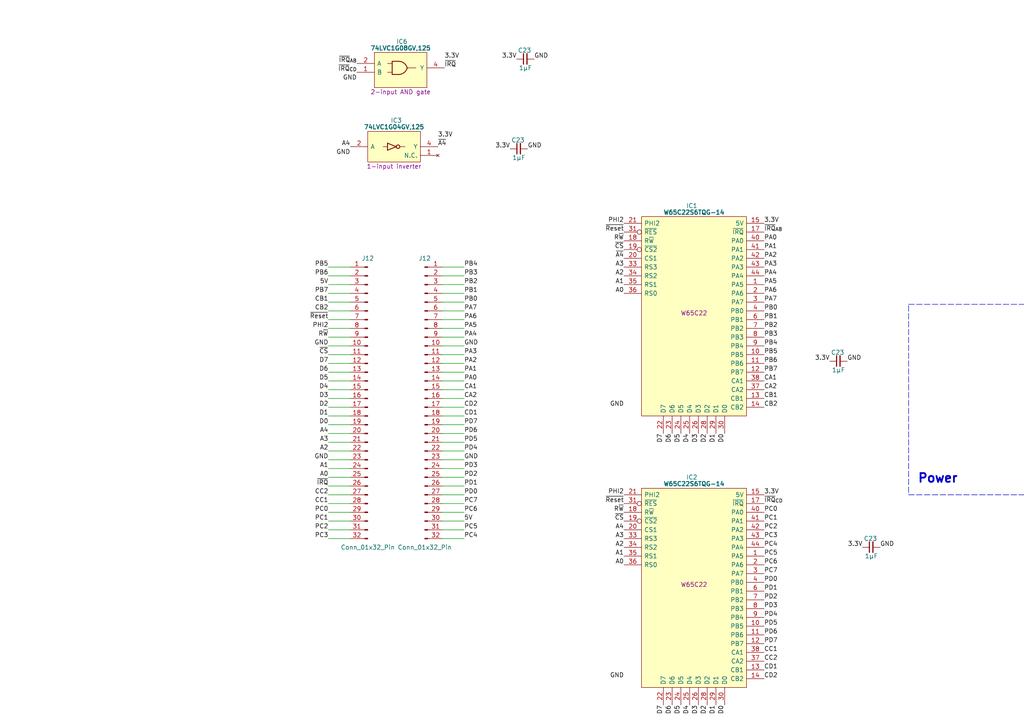
<source format=kicad_sch>
(kicad_sch (version 20230121) (generator eeschema)
  (paper "A4")
  (lib_symbols
    (symbol "C_0805_5" (pin_numbers hide) (pin_names (offset 0.254) hide)
      (property "Reference" "C" (at 2.286 2.54 0))
      (property "Value" "?μF" (at 2.54 -2.54 0))
      (symbol "C_0805_5_0_1"
        (polyline (pts (xy 1.9685 -1.4605) (xy 1.9685 1.5875)) (stroke (width 0.3048)))
        (polyline (pts (xy 2.9845 -1.4605) (xy 2.9845 1.5875)) (stroke (width 0.3302)))
      )
      (symbol "C_0805_5_1_1"
        (pin passive line (at 0 0 0) (length 2.032) (name "~") (number "1"))
        (pin passive line (at 5.08 0 180) (length 2.032) (name "~") (number "2"))
      )
    )
    (symbol "Connector:Conn_01x32_Pin" (pin_names (offset 1.016) hide)
      (property "Reference" "J" (at 0 40.64 0))
      (property "Value" "Conn_01x32_Pin" (at 0 -43.18 0))
      (symbol "Conn_01x32_Pin_1_1"
        (polyline (pts (xy 1.27 -40.64) (xy 0.8636 -40.64)) (stroke (width 0.1524)))
        (polyline (pts (xy 1.27 -38.1) (xy 0.8636 -38.1)) (stroke (width 0.1524)))
        (polyline (pts (xy 1.27 -35.56) (xy 0.8636 -35.56)) (stroke (width 0.1524)))
        (polyline (pts (xy 1.27 -33.02) (xy 0.8636 -33.02)) (stroke (width 0.1524)))
        (polyline (pts (xy 1.27 -30.48) (xy 0.8636 -30.48)) (stroke (width 0.1524)))
        (polyline (pts (xy 1.27 -27.94) (xy 0.8636 -27.94)) (stroke (width 0.1524)))
        (polyline (pts (xy 1.27 -25.4) (xy 0.8636 -25.4)) (stroke (width 0.1524)))
        (polyline (pts (xy 1.27 -22.86) (xy 0.8636 -22.86)) (stroke (width 0.1524)))
        (polyline (pts (xy 1.27 -20.32) (xy 0.8636 -20.32)) (stroke (width 0.1524)))
        (polyline (pts (xy 1.27 -17.78) (xy 0.8636 -17.78)) (stroke (width 0.1524)))
        (polyline (pts (xy 1.27 -15.24) (xy 0.8636 -15.24)) (stroke (width 0.1524)))
        (polyline (pts (xy 1.27 -12.7) (xy 0.8636 -12.7)) (stroke (width 0.1524)))
        (polyline (pts (xy 1.27 -10.16) (xy 0.8636 -10.16)) (stroke (width 0.1524)))
        (polyline (pts (xy 1.27 -7.62) (xy 0.8636 -7.62)) (stroke (width 0.1524)))
        (polyline (pts (xy 1.27 -5.08) (xy 0.8636 -5.08)) (stroke (width 0.1524)))
        (polyline (pts (xy 1.27 -2.54) (xy 0.8636 -2.54)) (stroke (width 0.1524)))
        (polyline (pts (xy 1.27 0) (xy 0.8636 0)) (stroke (width 0.1524)))
        (polyline (pts (xy 1.27 2.54) (xy 0.8636 2.54)) (stroke (width 0.1524)))
        (polyline (pts (xy 1.27 5.08) (xy 0.8636 5.08)) (stroke (width 0.1524)))
        (polyline (pts (xy 1.27 7.62) (xy 0.8636 7.62)) (stroke (width 0.1524)))
        (polyline (pts (xy 1.27 10.16) (xy 0.8636 10.16)) (stroke (width 0.1524)))
        (polyline (pts (xy 1.27 12.7) (xy 0.8636 12.7)) (stroke (width 0.1524)))
        (polyline (pts (xy 1.27 15.24) (xy 0.8636 15.24)) (stroke (width 0.1524)))
        (polyline (pts (xy 1.27 17.78) (xy 0.8636 17.78)) (stroke (width 0.1524)))
        (polyline (pts (xy 1.27 20.32) (xy 0.8636 20.32)) (stroke (width 0.1524)))
        (polyline (pts (xy 1.27 22.86) (xy 0.8636 22.86)) (stroke (width 0.1524)))
        (polyline (pts (xy 1.27 25.4) (xy 0.8636 25.4)) (stroke (width 0.1524)))
        (polyline (pts (xy 1.27 27.94) (xy 0.8636 27.94)) (stroke (width 0.1524)))
        (polyline (pts (xy 1.27 30.48) (xy 0.8636 30.48)) (stroke (width 0.1524)))
        (polyline (pts (xy 1.27 33.02) (xy 0.8636 33.02)) (stroke (width 0.1524)))
        (polyline (pts (xy 1.27 35.56) (xy 0.8636 35.56)) (stroke (width 0.1524)))
        (polyline (pts (xy 1.27 38.1) (xy 0.8636 38.1)) (stroke (width 0.1524)))
        (rectangle (start 0.8636 -40.513) (end 0 -40.767) (stroke (width 0.1524)) (fill (type outline)))
        (rectangle (start 0.8636 -37.973) (end 0 -38.227) (stroke (width 0.1524)) (fill (type outline)))
        (rectangle (start 0.8636 -35.433) (end 0 -35.687) (stroke (width 0.1524)) (fill (type outline)))
        (rectangle (start 0.8636 -32.893) (end 0 -33.147) (stroke (width 0.1524)) (fill (type outline)))
        (rectangle (start 0.8636 -30.353) (end 0 -30.607) (stroke (width 0.1524)) (fill (type outline)))
        (rectangle (start 0.8636 -27.813) (end 0 -28.067) (stroke (width 0.1524)) (fill (type outline)))
        (rectangle (start 0.8636 -25.273) (end 0 -25.527) (stroke (width 0.1524)) (fill (type outline)))
        (rectangle (start 0.8636 -22.733) (end 0 -22.987) (stroke (width 0.1524)) (fill (type outline)))
        (rectangle (start 0.8636 -20.193) (end 0 -20.447) (stroke (width 0.1524)) (fill (type outline)))
        (rectangle (start 0.8636 -17.653) (end 0 -17.907) (stroke (width 0.1524)) (fill (type outline)))
        (rectangle (start 0.8636 -15.113) (end 0 -15.367) (stroke (width 0.1524)) (fill (type outline)))
        (rectangle (start 0.8636 -12.573) (end 0 -12.827) (stroke (width 0.1524)) (fill (type outline)))
        (rectangle (start 0.8636 -10.033) (end 0 -10.287) (stroke (width 0.1524)) (fill (type outline)))
        (rectangle (start 0.8636 -7.493) (end 0 -7.747) (stroke (width 0.1524)) (fill (type outline)))
        (rectangle (start 0.8636 -4.953) (end 0 -5.207) (stroke (width 0.1524)) (fill (type outline)))
        (rectangle (start 0.8636 -2.413) (end 0 -2.667) (stroke (width 0.1524)) (fill (type outline)))
        (rectangle (start 0.8636 0.127) (end 0 -0.127) (stroke (width 0.1524)) (fill (type outline)))
        (rectangle (start 0.8636 2.667) (end 0 2.413) (stroke (width 0.1524)) (fill (type outline)))
        (rectangle (start 0.8636 5.207) (end 0 4.953) (stroke (width 0.1524)) (fill (type outline)))
        (rectangle (start 0.8636 7.747) (end 0 7.493) (stroke (width 0.1524)) (fill (type outline)))
        (rectangle (start 0.8636 10.287) (end 0 10.033) (stroke (width 0.1524)) (fill (type outline)))
        (rectangle (start 0.8636 12.827) (end 0 12.573) (stroke (width 0.1524)) (fill (type outline)))
        (rectangle (start 0.8636 15.367) (end 0 15.113) (stroke (width 0.1524)) (fill (type outline)))
        (rectangle (start 0.8636 17.907) (end 0 17.653) (stroke (width 0.1524)) (fill (type outline)))
        (rectangle (start 0.8636 20.447) (end 0 20.193) (stroke (width 0.1524)) (fill (type outline)))
        (rectangle (start 0.8636 22.987) (end 0 22.733) (stroke (width 0.1524)) (fill (type outline)))
        (rectangle (start 0.8636 25.527) (end 0 25.273) (stroke (width 0.1524)) (fill (type outline)))
        (rectangle (start 0.8636 28.067) (end 0 27.813) (stroke (width 0.1524)) (fill (type outline)))
        (rectangle (start 0.8636 30.607) (end 0 30.353) (stroke (width 0.1524)) (fill (type outline)))
        (rectangle (start 0.8636 33.147) (end 0 32.893) (stroke (width 0.1524)) (fill (type outline)))
        (rectangle (start 0.8636 35.687) (end 0 35.433) (stroke (width 0.1524)) (fill (type outline)))
        (rectangle (start 0.8636 38.227) (end 0 37.973) (stroke (width 0.1524)) (fill (type outline)))
        (pin passive line (at 5.08 38.1 180) (length 3.81) (name "Pin_1") (number "1"))
        (pin passive line (at 5.08 15.24 180) (length 3.81) (name "Pin_10") (number "10"))
        (pin passive line (at 5.08 12.7 180) (length 3.81) (name "Pin_11") (number "11"))
        (pin passive line (at 5.08 10.16 180) (length 3.81) (name "Pin_12") (number "12"))
        (pin passive line (at 5.08 7.62 180) (length 3.81) (name "Pin_13") (number "13"))
        (pin passive line (at 5.08 5.08 180) (length 3.81) (name "Pin_14") (number "14"))
        (pin passive line (at 5.08 2.54 180) (length 3.81) (name "Pin_15") (number "15"))
        (pin passive line (at 5.08 0 180) (length 3.81) (name "Pin_16") (number "16"))
        (pin passive line (at 5.08 -2.54 180) (length 3.81) (name "Pin_17") (number "17"))
        (pin passive line (at 5.08 -5.08 180) (length 3.81) (name "Pin_18") (number "18"))
        (pin passive line (at 5.08 -7.62 180) (length 3.81) (name "Pin_19") (number "19"))
        (pin passive line (at 5.08 35.56 180) (length 3.81) (name "Pin_2") (number "2"))
        (pin passive line (at 5.08 -10.16 180) (length 3.81) (name "Pin_20") (number "20"))
        (pin passive line (at 5.08 -12.7 180) (length 3.81) (name "Pin_21") (number "21"))
        (pin passive line (at 5.08 -15.24 180) (length 3.81) (name "Pin_22") (number "22"))
        (pin passive line (at 5.08 -17.78 180) (length 3.81) (name "Pin_23") (number "23"))
        (pin passive line (at 5.08 -20.32 180) (length 3.81) (name "Pin_24") (number "24"))
        (pin passive line (at 5.08 -22.86 180) (length 3.81) (name "Pin_25") (number "25"))
        (pin passive line (at 5.08 -25.4 180) (length 3.81) (name "Pin_26") (number "26"))
        (pin passive line (at 5.08 -27.94 180) (length 3.81) (name "Pin_27") (number "27"))
        (pin passive line (at 5.08 -30.48 180) (length 3.81) (name "Pin_28") (number "28"))
        (pin passive line (at 5.08 -33.02 180) (length 3.81) (name "Pin_29") (number "29"))
        (pin passive line (at 5.08 33.02 180) (length 3.81) (name "Pin_3") (number "3"))
        (pin passive line (at 5.08 -35.56 180) (length 3.81) (name "Pin_30") (number "30"))
        (pin passive line (at 5.08 -38.1 180) (length 3.81) (name "Pin_31") (number "31"))
        (pin passive line (at 5.08 -40.64 180) (length 3.81) (name "Pin_32") (number "32"))
        (pin passive line (at 5.08 30.48 180) (length 3.81) (name "Pin_4") (number "4"))
        (pin passive line (at 5.08 27.94 180) (length 3.81) (name "Pin_5") (number "5"))
        (pin passive line (at 5.08 25.4 180) (length 3.81) (name "Pin_6") (number "6"))
        (pin passive line (at 5.08 22.86 180) (length 3.81) (name "Pin_7") (number "7"))
        (pin passive line (at 5.08 20.32 180) (length 3.81) (name "Pin_8") (number "8"))
        (pin passive line (at 5.08 17.78 180) (length 3.81) (name "Pin_9") (number "9"))
      )
    )
    (symbol "Diodes_Inc:AP7365-33WG-7" (pin_names (offset 0.762))
      (property "Reference" "IC" (at 12.7 5.08 0))
      (property "Value" "AP7365-33WG-7" (at 12.7 3.175 0))
      (property "Description" "3.3V LDO voltage regulator" (at 12.7 -8.255 0))
      (symbol "AP7365-33WG-7_0_0"
        (pin passive line (at 0 0 0) (length 5.08) (name "VIN") (number "1"))
        (pin passive line (at 0 -5.08 0) (length 5.08) (name "GND") (number "2"))
        (pin input line (at 0 -2.54 0) (length 5.08) (name "EN") (number "3"))
        (pin passive line (at 25.4 -5.08 180) (length 5.08) (name "ADJ") (number "4"))
        (pin passive line (at 25.4 0 180) (length 5.08) (name "VOUT") (number "5"))
      )
      (symbol "AP7365-33WG-7_0_1"
        (polyline (pts (xy 5.08 1.905) (xy 20.32 1.905) (xy 20.32 -6.985) (xy 5.08 -6.985) (xy 5.08 1.905)) (fill (type background)))
      )
    )
    (symbol "HCP65:C_0805" (pin_numbers hide) (pin_names (offset 0.254) hide)
      (property "Reference" "C" (at 2.286 2.54 0))
      (property "Value" "?μF" (at 2.54 -2.54 0))
      (symbol "C_0805_0_1"
        (polyline (pts (xy 1.9685 -1.4605) (xy 1.9685 1.5875)) (stroke (width 0.3048)))
        (polyline (pts (xy 2.9845 -1.4605) (xy 2.9845 1.5875)) (stroke (width 0.3302)))
      )
      (symbol "C_0805_1_1"
        (pin passive line (at 0 0 0) (length 2.032) (name "~") (number "1"))
        (pin passive line (at 5.08 0 180) (length 2.032) (name "~") (number "2"))
      )
    )
    (symbol "Nexperia:74LVC1G04GV,125" (pin_names (offset 0.762))
      (property "Reference" "IC" (at 13.335 5.08 0))
      (property "Value" "74LVC1G04GV,125" (at 12.7 3.175 0))
      (property "Description" "1-input inverter" (at 12.7 -8.255 0))
      (symbol "74LVC1G04GV,125_0_0"
        (pin no_connect line (at 25.4 -5.08 180) (length 5.08) (name "N.C.") (number "1"))
        (pin input line (at 0 -2.54 0) (length 5.08) (name "A") (number "2"))
        (pin passive line (at 0 -5.08 0) (length 5.08) hide (name "GND") (number "3"))
        (pin output line (at 25.4 -2.54 180) (length 5.08) (name "Y") (number "4"))
        (pin passive line (at 25.4 0 180) (length 5.08) hide (name "3V") (number "5"))
      )
      (symbol "74LVC1G04GV,125_0_1"
        (polyline (pts (xy 9.525 -2.54) (xy 10.7949 -2.54)))
        (polyline (pts (xy 14.351 -2.54) (xy 15.875 -2.54)))
        (polyline (pts (xy 10.795 -3.556) (xy 13.335 -2.54) (xy 10.795 -1.524)) (stroke (width 0.254)))
        (polyline (pts (xy 5.08 1.905) (xy 20.32 1.905) (xy 20.32 -6.985) (xy 5.08 -6.985) (xy 5.08 1.905)) (stroke (width 0.1524)) (fill (type background)))
        (rectangle (start 10.795 -1.524) (end 10.795 -3.556) (stroke (width 0.254)) (fill (type background)))
        (circle (center 13.843 -2.54) (radius 0.508) (stroke (width 0.254)))
      )
    )
    (symbol "Nexperia:74LVC1G08GV,125" (pin_names (offset 0.762))
      (property "Reference" "IC" (at 11.43 5.715 0))
      (property "Value" "74LVC1G08GV,125" (at 12.7 3.81 0))
      (property "Description" "2-input AND gate" (at 12.7 -8.89 0))
      (symbol "74LVC1G08GV,125_0_0"
        (pin input line (at 0 -3.175 0) (length 5.08) (name "B") (number "1"))
        (pin input line (at 0 -0.635 0) (length 5.08) (name "A") (number "2"))
        (pin passive line (at 0 -5.715 0) (length 5.08) hide (name "GND") (number "3"))
        (pin output line (at 25.4 -1.905 180) (length 5.08) (name "Y") (number "4"))
        (pin passive line (at 25.4 0.635 180) (length 5.08) hide (name "3V") (number "5"))
      )
      (symbol "74LVC1G08GV,125_0_1"
        (polyline (pts (xy 8.89 -3.175) (xy 10.1599 -3.175)))
        (polyline (pts (xy 8.89 -0.635) (xy 10.1599 -0.635)))
        (polyline (pts (xy 10.248 0) (xy 10.248 -3.81)) (stroke (width 0.254)) (fill (type background)))
        (polyline (pts (xy 12.065 -3.81) (xy 10.248 -3.81)) (stroke (width 0.254)) (fill (type background)))
        (polyline (pts (xy 12.065 0) (xy 10.248 0)) (stroke (width 0.254)) (fill (type background)))
        (polyline (pts (xy 14.605 -1.905) (xy 17.145 -1.905)))
        (polyline (pts (xy 5.08 2.54) (xy 20.32 2.54) (xy 20.32 -7.62) (xy 5.08 -7.62) (xy 5.08 2.54)) (stroke (width 0.1524)) (fill (type background)))
        (arc (start 12.065 -3.81) (mid 13.6634 -3.2954) (end 14.605 -1.905) (stroke (width 0.254)))
        (arc (start 14.605 -1.905) (mid 13.6641 -0.5137) (end 12.065 0) (stroke (width 0.254)))
      )
    )
    (symbol "WDC:W65C22S6TQG-14" (pin_names (offset 0.762))
      (property "Reference" "IC" (at 19.685 13.335 0))
      (property "Value" "W65C22S6TQG-14" (at 20.32 11.43 0))
      (property "Description" "W65C22" (at 20.32 -17.78 0))
      (symbol "W65C22S6TQG-14_0_0"
        (pin tri_state line (at 40.64 -9.525 180) (length 5.08) (name "PA5") (number "1"))
        (pin tri_state line (at 40.64 -29.845 180) (length 5.08) (name "PB5") (number "10"))
        (pin tri_state line (at 40.64 -32.385 180) (length 5.08) (name "PB6") (number "11"))
        (pin tri_state line (at 40.64 -34.925 180) (length 5.08) (name "PB7") (number "12"))
        (pin tri_state line (at 40.64 -42.545 180) (length 5.08) (name "CB1") (number "13"))
        (pin tri_state line (at 40.64 -45.085 180) (length 5.08) (name "CB2") (number "14"))
        (pin tri_state line (at 40.64 -12.065 180) (length 5.08) (name "PA6") (number "2"))
        (pin input line (at 0 8.255 0) (length 5.08) (name "PHI2") (number "21"))
        (pin tri_state line (at 11.43 -52.705 90) (length 5.08) (name "D7") (number "22"))
        (pin tri_state line (at 13.97 -52.705 90) (length 5.08) (name "D6") (number "23"))
        (pin tri_state line (at 16.51 -52.705 90) (length 5.08) (name "D5") (number "24"))
        (pin tri_state line (at 19.05 -52.705 90) (length 5.08) (name "D4") (number "25"))
        (pin tri_state line (at 21.59 -52.705 90) (length 5.08) (name "D3") (number "26"))
        (pin tri_state line (at 24.13 -52.705 90) (length 5.08) (name "D2") (number "28"))
        (pin tri_state line (at 26.67 -52.705 90) (length 5.08) (name "D1") (number "29"))
        (pin tri_state line (at 40.64 -14.605 180) (length 5.08) (name "PA7") (number "3"))
        (pin tri_state line (at 29.21 -52.705 90) (length 5.08) (name "D0") (number "30"))
        (pin input line (at 0 -4.445 0) (length 5.08) (name "RS3") (number "33"))
        (pin input line (at 0 -6.985 0) (length 5.08) (name "RS2") (number "34"))
        (pin input line (at 0 -9.525 0) (length 5.08) (name "RS1") (number "35"))
        (pin input line (at 0 -12.065 0) (length 5.08) (name "RS0") (number "36"))
        (pin tri_state line (at 40.64 -40.005 180) (length 5.08) (name "CA2") (number "37"))
        (pin tri_state line (at 40.64 -37.465 180) (length 5.08) (name "CA1") (number "38"))
        (pin tri_state line (at 40.64 -17.145 180) (length 5.08) (name "PB0") (number "4"))
        (pin tri_state line (at 40.64 3.175 180) (length 5.08) (name "PA0") (number "40"))
        (pin tri_state line (at 40.64 0.635 180) (length 5.08) (name "PA1") (number "41"))
        (pin tri_state line (at 40.64 -1.905 180) (length 5.08) (name "PA2") (number "42"))
        (pin tri_state line (at 40.64 -4.445 180) (length 5.08) (name "PA3") (number "43"))
        (pin tri_state line (at 40.64 -6.985 180) (length 5.08) (name "PA4") (number "44"))
        (pin tri_state line (at 40.64 -19.685 180) (length 5.08) (name "PB1") (number "6"))
        (pin tri_state line (at 40.64 -22.225 180) (length 5.08) (name "PB2") (number "7"))
        (pin tri_state line (at 40.64 -24.765 180) (length 5.08) (name "PB3") (number "8"))
        (pin tri_state line (at 40.64 -27.305 180) (length 5.08) (name "PB4") (number "9"))
      )
      (symbol "W65C22S6TQG-14_0_1"
        (polyline (pts (xy 5.08 10.16) (xy 35.56 10.16) (xy 35.56 -47.625) (xy 5.08 -47.625) (xy 5.08 10.16)) (stroke (width 0.1524)) (fill (type background)))
      )
      (symbol "W65C22S6TQG-14_1_0"
        (pin passive line (at 40.64 8.255 180) (length 5.08) (name "5V") (number "15"))
        (pin no_connect line (at 0 -34.925 0) (length 5.08) hide (name "N.C.") (number "16"))
        (pin output line (at 40.64 5.715 180) (length 5.08) (name "~{IRQ}") (number "17"))
        (pin input line (at 0 3.175 0) (length 5.08) (name "R~{W}") (number "18"))
        (pin input inverted (at 0 0.635 0) (length 5.08) (name "~{CS2}") (number "19"))
        (pin input line (at 0 -1.905 0) (length 5.08) (name "CS1") (number "20"))
        (pin no_connect line (at 0 -42.545 0) (length 5.08) hide (name "N.C.") (number "27"))
        (pin input inverted (at 0 5.715 0) (length 5.08) (name "~{RES}") (number "31"))
        (pin no_connect line (at 0 -40.005 0) (length 5.08) hide (name "N.C.") (number "32"))
        (pin passive line (at 0 -45.085 0) (length 5.08) hide (name "GND") (number "39"))
        (pin no_connect line (at 0 -37.465 0) (length 5.08) hide (name "N.C.") (number "5"))
      )
    )
  )
  (junction (at 316.23 111.125))
  (junction (at 345.44 111.125))
  (no_connect (at 341.63 116.205))
  (wire (pts (xy 101.6 80.01) (xy 95.25 80.01)))
  (wire (pts (xy 128.27 105.41) (xy 134.62 105.41)))
  (wire (pts (xy 128.27 115.57) (xy 134.62 115.57)))
  (wire (pts (xy 101.6 95.25) (xy 95.25 95.25)))
  (wire (pts (xy 128.27 130.81) (xy 134.62 130.81)))
  (wire (pts (xy 128.27 92.71) (xy 134.62 92.71)))
  (wire (pts (xy 101.6 77.47) (xy 95.25 77.47)))
  (wire (pts (xy 128.27 135.89) (xy 134.62 135.89)))
  (wire (pts (xy 101.6 82.55) (xy 95.25 82.55)))
  (wire (pts (xy 101.6 156.21) (xy 95.25 156.21)))
  (wire (pts (xy 101.6 133.35) (xy 95.25 133.35)))
  (wire (pts (xy 101.6 115.57) (xy 95.25 115.57)))
  (wire (pts (xy 128.27 80.01) (xy 134.62 80.01)))
  (wire (pts (xy 101.6 107.95) (xy 95.25 107.95)))
  (wire (pts (xy 101.6 130.81) (xy 95.25 130.81)))
  (wire (pts (xy 128.27 110.49) (xy 134.62 110.49)))
  (wire (pts (xy 345.44 116.205) (xy 345.44 111.125)))
  (wire (pts (xy 101.6 105.41) (xy 95.25 105.41)))
  (wire (pts (xy 101.6 87.63) (xy 95.25 87.63)))
  (wire (pts (xy 128.27 118.11) (xy 134.62 118.11)))
  (wire (pts (xy 101.6 85.09) (xy 95.25 85.09)))
  (wire (pts (xy 128.27 123.19) (xy 134.62 123.19)))
  (wire (pts (xy 101.6 110.49) (xy 95.25 110.49)))
  (wire (pts (xy 316.23 111.125) (xy 316.23 113.665)))
  (wire (pts (xy 128.27 102.87) (xy 134.62 102.87)))
  (wire (pts (xy 128.27 120.65) (xy 134.62 120.65)))
  (wire (pts (xy 101.6 151.13) (xy 95.25 151.13)))
  (wire (pts (xy 101.6 102.87) (xy 95.25 102.87)))
  (wire (pts (xy 128.27 97.79) (xy 134.62 97.79)))
  (wire (pts (xy 101.6 97.79) (xy 95.25 97.79)))
  (wire (pts (xy 300.99 116.205) (xy 302.26 116.205)))
  (wire (pts (xy 101.6 138.43) (xy 95.25 138.43)))
  (wire (pts (xy 300.99 111.125) (xy 316.23 111.125)))
  (wire (pts (xy 128.27 138.43) (xy 134.62 138.43)))
  (wire (pts (xy 128.27 77.47) (xy 134.62 77.47)))
  (wire (pts (xy 128.27 100.33) (xy 134.62 100.33)))
  (wire (pts (xy 101.6 140.97) (xy 95.25 140.97)))
  (wire (pts (xy 101.6 128.27) (xy 95.25 128.27)))
  (wire (pts (xy 128.27 151.13) (xy 134.62 151.13)))
  (wire (pts (xy 101.6 153.67) (xy 95.25 153.67)))
  (wire (pts (xy 128.27 90.17) (xy 134.62 90.17)))
  (wire (pts (xy 128.27 87.63) (xy 134.62 87.63)))
  (wire (pts (xy 101.6 148.59) (xy 95.25 148.59)))
  (wire (pts (xy 101.6 120.65) (xy 95.25 120.65)))
  (wire (pts (xy 128.27 140.97) (xy 134.62 140.97)))
  (wire (pts (xy 128.27 107.95) (xy 134.62 107.95)))
  (wire (pts (xy 128.27 113.03) (xy 134.62 113.03)))
  (wire (pts (xy 101.6 118.11) (xy 95.25 118.11)))
  (wire (pts (xy 345.44 111.125) (xy 350.52 111.125)))
  (wire (pts (xy 101.6 125.73) (xy 95.25 125.73)))
  (wire (pts (xy 101.6 113.03) (xy 95.25 113.03)))
  (wire (pts (xy 128.27 153.67) (xy 134.62 153.67)))
  (wire (pts (xy 101.6 92.71) (xy 95.25 92.71)))
  (wire (pts (xy 101.6 100.33) (xy 95.25 100.33)))
  (wire (pts (xy 101.6 143.51) (xy 95.25 143.51)))
  (wire (pts (xy 128.27 146.05) (xy 134.62 146.05)))
  (wire (pts (xy 128.27 82.55) (xy 134.62 82.55)))
  (wire (pts (xy 128.27 125.73) (xy 134.62 125.73)))
  (wire (pts (xy 101.6 123.19) (xy 95.25 123.19)))
  (wire (pts (xy 341.63 111.125) (xy 345.44 111.125)))
  (wire (pts (xy 128.27 95.25) (xy 134.62 95.25)))
  (wire (pts (xy 101.6 146.05) (xy 95.25 146.05)))
  (wire (pts (xy 128.27 156.21) (xy 134.62 156.21)))
  (wire (pts (xy 101.6 90.17) (xy 95.25 90.17)))
  (wire (pts (xy 128.27 128.27) (xy 134.62 128.27)))
  (wire (pts (xy 101.6 135.89) (xy 95.25 135.89)))
  (wire (pts (xy 128.27 148.59) (xy 134.62 148.59)))
  (wire (pts (xy 128.27 143.51) (xy 134.62 143.51)))
  (wire (pts (xy 128.27 85.09) (xy 134.62 85.09)))
  (wire (pts (xy 128.27 133.35) (xy 134.62 133.35)))
  (wire (pts (xy 300.99 111.125) (xy 300.99 116.205)))
  (rectangle (start 263.525 88.265) (end 378.46 143.51) (stroke (width 0) (type dash)))
  (text "Power" (at 266.065 140.335 0) (effects (font (size 2.54 2.54) (thickness 0.508) bold) (justify left bottom)))
  (label "A4" (at 180.975 153.67 180))
  (label "PA6" (at 134.62 92.71 0))
  (label "PC2" (at 221.615 153.67 0))
  (label "GND" (at 134.62 100.33 0))
  (label "CD1" (at 221.615 194.31 0))
  (label "~{Reset}" (at 180.975 146.05 180))
  (label "CC1" (at 95.25 146.05 180))
  (label "5V" (at 134.62 151.13 0))
  (label "3.3V" (at 147.955 43.18 180))
  (label "D4" (at 95.25 113.03 180))
  (label "PD2" (at 221.615 173.99 0))
  (label "CC2" (at 221.615 191.77 0))
  (label "D5" (at 95.25 110.49 180))
  (label "PA5" (at 221.615 82.55 0))
  (label "3.3V" (at 221.615 143.51 0))
  (label "CD1" (at 134.62 120.65 0))
  (label "D5" (at 197.485 125.73 270))
  (label "PD4" (at 134.62 130.81 0))
  (label "5V" (at 95.25 82.55 180))
  (label "PD5" (at 134.62 128.27 0))
  (label "PD2" (at 134.62 138.43 0))
  (label "PB6" (at 221.615 105.41 0))
  (label "A0" (at 180.975 85.09 180))
  (label "PD7" (at 221.615 186.69 0))
  (label "CD2" (at 221.615 196.85 0))
  (label "3.3V" (at 350.52 111.125 0))
  (label "~{Reset}" (at 95.25 92.71 180))
  (label "PA7" (at 134.62 90.17 0))
  (label "PD0" (at 134.62 143.51 0))
  (label "PHI2" (at 180.975 143.51 180))
  (label "CB2" (at 95.25 90.17 180))
  (label "GND" (at 95.25 100.33 180))
  (label "~{IRQ}_{AB}" (at 221.615 67.31 0))
  (label "PD7" (at 134.62 123.19 0))
  (label "D7" (at 95.25 105.41 180))
  (label "GND" (at 154.94 17.145 0))
  (label "D3" (at 202.565 204.47 270))
  (label "PD5" (at 221.615 181.61 0))
  (label "D6" (at 95.25 107.95 180))
  (label "A3" (at 180.975 156.21 180))
  (label "PB5" (at 95.25 77.47 180))
  (label "PD0" (at 221.615 168.91 0))
  (label "CB1" (at 95.25 87.63 180))
  (label "PB2" (at 134.62 82.55 0))
  (label "D6" (at 194.945 125.73 270))
  (label "PB2" (at 221.615 95.25 0))
  (label "PC0" (at 95.25 148.59 180))
  (label "PC3" (at 95.25 156.21 180))
  (label "PC3" (at 221.615 156.21 0))
  (label "A1" (at 180.975 161.29 180))
  (label "~{CS}" (at 95.25 102.87 180))
  (label "PB3" (at 221.615 97.79 0))
  (label "R~{W}" (at 180.975 148.59 180))
  (label "GND" (at 350.52 116.205 0))
  (label "PB1" (at 221.615 92.71 0))
  (label "~{CS}" (at 180.975 151.13 180))
  (label "PC1" (at 221.615 151.13 0))
  (label "PC7" (at 134.62 146.05 0))
  (label "D1" (at 95.25 120.65 180))
  (label "PA3" (at 221.615 77.47 0))
  (label "PD1" (at 221.615 171.45 0))
  (label "D0" (at 210.185 204.47 270))
  (label "PC5" (at 134.62 153.67 0))
  (label "A2" (at 180.975 80.01 180))
  (label "A0" (at 180.975 163.83 180))
  (label "D3" (at 95.25 115.57 180))
  (label "PC5" (at 221.615 161.29 0))
  (label "A0" (at 95.25 138.43 180))
  (label "D4" (at 200.025 125.73 270))
  (label "PA0" (at 134.62 110.49 0))
  (label "~{A4}" (at 180.975 74.93 180))
  (label "GND" (at 180.975 118.11 180))
  (label "~{CS}" (at 180.975 72.39 180))
  (label "3.3V" (at 250.19 158.75 180))
  (label "GND" (at 255.27 158.75 0))
  (label "~{IRQ}_{CD}" (at 221.615 146.05 0))
  (label "3.3V" (at 149.86 17.145 180))
  (label "PD6" (at 221.615 184.15 0))
  (label "PC7" (at 221.615 166.37 0))
  (label "~{Reset}" (at 180.975 67.31 180))
  (label "A1" (at 180.975 82.55 180))
  (label "GND" (at 316.23 116.205 180))
  (label "GND" (at 180.975 196.85 180))
  (label "CC2" (at 95.25 143.51 180))
  (label "PA4" (at 134.62 97.79 0))
  (label "D3" (at 202.565 125.73 270))
  (label "D1" (at 207.645 204.47 270))
  (label "A3" (at 95.25 128.27 180))
  (label "PD3" (at 134.62 135.89 0))
  (label "~{IRQ}" (at 128.905 19.685 0))
  (label "PD6" (at 134.62 125.73 0))
  (label "PA3" (at 134.62 102.87 0))
  (label "PA5" (at 134.62 95.25 0))
  (label "D2" (at 205.105 125.73 270))
  (label "D5" (at 197.485 204.47 270))
  (label "PA4" (at 221.615 80.01 0))
  (label "PA0" (at 221.615 69.85 0))
  (label "~{IRQ}" (at 95.25 140.97 180))
  (label "PA2" (at 134.62 105.41 0))
  (label "3.3V" (at 128.905 17.145 0))
  (label "PHI2" (at 95.25 95.25 180))
  (label "5V" (at 300.99 111.125 180))
  (label "A3" (at 180.975 77.47 180))
  (label "CB1" (at 221.615 115.57 0))
  (label "PC1" (at 95.25 151.13 180))
  (label "D7" (at 192.405 125.73 270))
  (label "PB4" (at 221.615 100.33 0))
  (label "GND" (at 95.25 133.35 180))
  (label "PB0" (at 134.62 87.63 0))
  (label "PA6" (at 221.615 85.09 0))
  (label "D1" (at 207.645 125.73 270))
  (label "CD2" (at 134.62 118.11 0))
  (label "CB2" (at 221.615 118.11 0))
  (label "GND" (at 101.6 45.085 180))
  (label "A4" (at 101.6 42.545 180))
  (label "PC0" (at 221.615 148.59 0))
  (label "CA1" (at 134.62 113.03 0))
  (label "CA2" (at 221.615 113.03 0))
  (label "D2" (at 95.25 118.11 180))
  (label "A1" (at 95.25 135.89 180))
  (label "PB0" (at 221.615 90.17 0))
  (label "PB3" (at 134.62 80.01 0))
  (label "PA7" (at 221.615 87.63 0))
  (label "PD1" (at 134.62 140.97 0))
  (label "3.3V" (at 127 40.005 0))
  (label "PA2" (at 221.615 74.93 0))
  (label "R~{W}" (at 180.975 69.85 180))
  (label "D0" (at 210.185 125.73 270))
  (label "PB7" (at 221.615 107.95 0))
  (label "PC2" (at 95.25 153.67 180))
  (label "A2" (at 95.25 130.81 180))
  (label "CC1" (at 221.615 189.23 0))
  (label "~{A4}" (at 127 42.545 0))
  (label "CA1" (at 221.615 110.49 0))
  (label "GND" (at 245.745 104.775 0))
  (label "PC4" (at 221.615 158.75 0))
  (label "D6" (at 194.945 204.47 270))
  (label "PD3" (at 221.615 176.53 0))
  (label "D7" (at 192.405 204.47 270))
  (label "~{IRQ}_{AB}" (at 103.505 18.415 180))
  (label "D2" (at 205.105 204.47 270))
  (label "PHI2" (at 180.975 64.77 180))
  (label "GND" (at 103.505 23.495 180))
  (label "PB6" (at 95.25 80.01 180))
  (label "CA2" (at 134.62 115.57 0))
  (label "PB4" (at 134.62 77.47 0))
  (label "GND" (at 307.34 116.205 0))
  (label "PB5" (at 221.615 102.87 0))
  (label "3.3V" (at 240.665 104.775 180))
  (label "A2" (at 180.975 158.75 180))
  (label "GND" (at 134.62 133.35 0))
  (label "~{IRQ}_{CD}" (at 103.505 20.955 180))
  (label "PC4" (at 134.62 156.21 0))
  (label "PD4" (at 221.615 179.07 0))
  (label "D4" (at 200.025 204.47 270))
  (label "D0" (at 95.25 123.19 180))
  (label "PA1" (at 221.615 72.39 0))
  (label "PA1" (at 134.62 107.95 0))
  (label "PC6" (at 134.62 148.59 0))
  (label "PB1" (at 134.62 85.09 0))
  (label "PB7" (at 95.25 85.09 180))
  (label "A4" (at 95.25 125.73 180))
  (label "3.3V" (at 221.615 64.77 0))
  (label "GND" (at 153.035 43.18 0))
  (label "R~{W}" (at 95.25 97.79 180))
  (label "PC6" (at 221.615 163.83 0))
  (symbol (lib_id "HCP65:C_0805") (at 250.19 158.75 0) (unit 1)
    (property "Reference" "C23" (at 252.476 156.21 0))
    (property "Value" "1μF" (at 252.73 161.29 0))
    (property "Footprint" "SamacSys_Parts:C_0805" (effects hide))
    (instances (project "Pico Sound" (path "" (reference "C23") (unit 1))) (project "VIA Device" (path "" (reference "C6") (unit 1))) (project "MPU Breakout" (path "" (reference "C22") (unit 1)) (path "" (reference "C14") (unit 1))))
  )
  (symbol (lib_id "WDC:W65C22S6TQG-14") (at 180.975 73.025 0) (unit 1)
    (property "Reference" "IC1" (at 200.66 59.69 0))
    (property "Value" "W65C22S6TQG-14" (at 201.295 61.595 0) (effects (font bold)))
    (property "Footprint" "QFP80P1320X1320X270-44N" (effects hide))
    (property "Description" "W65C22" (at 201.295 90.805 0))
    (property "Height" "2.7" (effects hide))
    (property "Mouser Part Number" "955-W65C22S6TQG-14" (effects hide))
    (property "Mouser Price/Stock" "https://www.mouser.co.uk/ProductDetail/Western-Design-Center-WDC/W65C22S6TQG-14?qs=9lcNTSmDlCo21Y0m5rRDww%3D%3D" (effects hide))
    (property "Manufacturer_Name" "Western Design Center (WDC)" (effects hide))
    (property "Manufacturer_Part_Number" "W65C22S6TQG-14" (effects hide))
    (property "Silkscreen" "W65C22S" (effects hide))
  )
  (symbol (lib_id "HCP65:C_0805") (at 149.86 17.145 0) (unit 1)
    (property "Reference" "C23" (at 152.146 14.605 0))
    (property "Value" "1μF" (at 152.4 19.685 0))
    (property "Footprint" "SamacSys_Parts:C_0805" (effects hide))
    (instances (project "Pico Sound" (path "" (reference "C23") (unit 1))) (project "VIA Device" (path "" (reference "C3") (unit 1))) (project "MPU Breakout" (path "" (reference "C22") (unit 1)) (path "" (reference "C14") (unit 1))))
  )
  (symbol (lib_id "Diodes_Inc:AP7365-33WG-7") (at 316.23 111.125 0) (unit 1)
    (property "Reference" "IC2" (at 328.93 106.045 0))
    (property "Value" "AP7365-33WG-7" (at 328.93 107.95 0) (effects (font bold)))
    (property "Footprint" "SOT95P285X130-5N" (effects hide))
    (property "Datasheet" "https://componentsearchengine.com/Datasheets/1/AP7365-33WG-7.pdf" (effects hide))
    (property "Description" "3.3V LDO voltage regulator" (at 328.93 119.38 0))
    (property "Height" "1.3" (effects hide))
    (property "Manufacturer_Name" "Diodes Inc." (effects hide))
    (property "Manufacturer_Part_Number" "AP7365-33WG-7" (effects hide))
    (property "Mouser Part Number" "621-AP7365-33WG-7" (effects hide))
    (property "Mouser Price/Stock" "https://www.mouser.co.uk/ProductDetail/Diodes-Incorporated/AP7365-33WG-7?qs=abZ1nkZpTuOZFvxvoFPL0w%3D%3D" (effects hide))
    (property "Arrow Part Number" "AP7365-33WG-7" (effects hide))
    (property "Arrow Price/Stock" "https://www.arrow.com/en/products/ap7365-33wg-7/diodes-incorporated?region=nac" (effects hide))
    (property "Silkscreen" "AP7365" (effects hide))
    (instances (project "Pico Sound" (path "" (reference "IC2") (unit 1))) (project "VIA Device" (path "" (reference "IC4") (unit 1)) (path "" (reference "IC4") (unit 1))) (project "MPU Breakout" (path "" (reference "IC7") (unit 1)) (path "" (reference "IC36") (unit 1))))
  )
  (symbol (lib_id "HCP65:C_0805") (at 240.665 104.775 0) (unit 1)
    (property "Reference" "C23" (at 242.951 102.235 0))
    (property "Value" "1μF" (at 243.205 107.315 0))
    (property "Footprint" "SamacSys_Parts:C_0805" (effects hide))
    (instances (project "Pico Sound" (path "" (reference "C23") (unit 1))) (project "VIA Device" (path "" (reference "C5") (unit 1))) (project "MPU Breakout" (path "" (reference "C22") (unit 1)) (path "" (reference "C14") (unit 1))))
  )
  (symbol (lib_name "C_0805_5") (lib_id "HCP65:C_0805") (at 345.44 116.205 0) (unit 1)
    (property "Reference" "C27" (at 347.726 113.665 0))
    (property "Value" "10μF" (at 347.98 118.745 0))
    (property "Footprint" "SamacSys_Parts:C_0805" (effects hide))
    (instances (project "Pico Sound" (path "" (reference "C27") (unit 1))) (project "VIA Device" (path "" (reference "C2") (unit 1)) (path "" (reference "C2") (unit 1))) (project "MPU Breakout" (path "" (reference "C7") (unit 1)) (path "" (reference "C42") (unit 1))))
  )
  (symbol (lib_id "Nexperia:74LVC1G04GV,125") (at 101.6 40.005 0) (unit 1)
    (property "Reference" "IC3" (at 114.935 34.925 0))
    (property "Value" "74LVC1G04GV,125" (at 114.3 36.83 0) (effects (font bold)))
    (property "Footprint" "SOT95P275X110-5N" (effects hide))
    (property "Datasheet" "https://assets.nexperia.com/documents/data-sheet/74LVC1G04.pdf" (effects hide))
    (property "Description" "1-input inverter" (at 114.3 48.26 0))
    (property "Height" "1.1" (effects hide))
    (property "Manufacturer_Name" "Nexperia" (effects hide))
    (property "Manufacturer_Part_Number" "74LVC1G04GV,125" (effects hide))
    (property "Mouser Part Number" "771-74LVC1G04GV" (effects hide))
    (property "Mouser Price/Stock" "https://www.mouser.co.uk/ProductDetail/Nexperia/74LVC1G04GV125?qs=me8TqzrmIYW6McwMAxl%2F9w%3D%3D" (effects hide))
    (property "Silkscreen" "'1G04" (effects hide))
  )
  (symbol (lib_id "Connector:Conn_01x32_Pin") (at 123.19 115.57 0) (unit 1)
    (property "Reference" "J12" (at 123.19 74.93 0))
    (property "Value" "Conn_01x32_Pin" (at 123.19 158.75 0))
    (property "Footprint" "Connector_PinHeader_2.54mm:PinHeader_1x32_P2.54mm_Vertical" (effects hide))
    (instances (project "MPU Signals" (path "" (reference "J12") (unit 1))) (project "VIA Device" (path "" (reference "J2") (unit 1)) (path "" (reference "J2") (unit 1))) (project "MPU Breakout" (path "" (reference "J6") (unit 1)) (path "" (reference "J6") (unit 1))))
  )
  (symbol (lib_id "Nexperia:74LVC1G08GV,125") (at 103.505 17.78 0) (unit 1)
    (property "Reference" "IC6" (at 114.935 12.065 0) (effects (justify left)))
    (property "Value" "74LVC1G08GV,125" (at 116.205 13.97 0) (effects (font bold)))
    (property "Footprint" "SOT95P275X110-5N" (effects hide))
    (property "Datasheet" "https://assets.nexperia.com/documents/data-sheet/74LVC1G08.pdf" (effects hide))
    (property "Description" "2-input AND gate" (at 116.205 26.67 0))
    (property "Height" "1.1" (effects hide))
    (property "Manufacturer_Name" "Nexperia" (effects hide))
    (property "Manufacturer_Part_Number" "74LVC1G08GV,125" (effects hide))
    (property "Mouser Part Number" "771-74LVC1G08GV" (effects hide))
    (property "Mouser Price/Stock" "https://www.mouser.co.uk/ProductDetail/Nexperia/74LVC1G08GV125?qs=me8TqzrmIYXEnurJEPZc7A%3D%3D" (effects hide))
    (property "Arrow Part Number" "74LVC1G08GV,125" (effects hide))
    (property "Arrow Price/Stock" "https://www.arrow.com/en/products/74lvc1g08gv125/nexperia" (effects hide))
    (property "Silkscreen" "'1G08" (effects hide))
  )
  (symbol (lib_id "HCP65:C_0805") (at 147.955 43.18 0) (unit 1)
    (property "Reference" "C23" (at 150.241 40.64 0))
    (property "Value" "1μF" (at 150.495 45.72 0))
    (property "Footprint" "SamacSys_Parts:C_0805" (effects hide))
    (instances (project "Pico Sound" (path "" (reference "C23") (unit 1))) (project "VIA Device" (path "" (reference "C4") (unit 1))) (project "MPU Breakout" (path "" (reference "C22") (unit 1)) (path "" (reference "C14") (unit 1))))
  )
  (symbol (lib_name "C_0805_5") (lib_id "HCP65:C_0805") (at 302.26 116.205 0) (unit 1)
    (property "Reference" "C27" (at 304.546 113.665 0))
    (property "Value" "10μF" (at 304.8 118.745 0))
    (property "Footprint" "SamacSys_Parts:C_0805" (effects hide))
    (instances (project "Pico Sound" (path "" (reference "C27") (unit 1))) (project "VIA Device" (path "" (reference "C1") (unit 1)) (path "" (reference "C1") (unit 1))) (project "MPU Breakout" (path "" (reference "C7") (unit 1)) (path "" (reference "C41") (unit 1))))
  )
  (symbol (lib_id "WDC:W65C22S6TQG-14") (at 180.975 151.765 0) (unit 1)
    (property "Reference" "IC2" (at 200.66 138.43 0))
    (property "Value" "W65C22S6TQG-14" (at 201.295 140.335 0) (effects (font bold)))
    (property "Footprint" "QFP80P1320X1320X270-44N" (effects hide))
    (property "Description" "W65C22" (at 201.295 169.545 0))
    (property "Height" "2.7" (effects hide))
    (property "Mouser Part Number" "955-W65C22S6TQG-14" (effects hide))
    (property "Mouser Price/Stock" "https://www.mouser.co.uk/ProductDetail/Western-Design-Center-WDC/W65C22S6TQG-14?qs=9lcNTSmDlCo21Y0m5rRDww%3D%3D" (effects hide))
    (property "Manufacturer_Name" "Western Design Center (WDC)" (effects hide))
    (property "Manufacturer_Part_Number" "W65C22S6TQG-14" (effects hide))
    (property "Silkscreen" "W65C22S" (effects hide))
  )
  (symbol (lib_id "Connector:Conn_01x32_Pin") (at 106.68 115.57 0) (mirror y) (unit 1)
    (property "Reference" "J12" (at 106.68 74.93 0))
    (property "Value" "Conn_01x32_Pin" (at 106.68 158.75 0))
    (property "Footprint" "Connector_PinHeader_2.54mm:PinHeader_1x32_P2.54mm_Vertical" (effects hide))
    (instances (project "MPU Signals" (path "" (reference "J12") (unit 1))) (project "VIA Device" (path "" (reference "J1") (unit 1)) (path "" (reference "J1") (unit 1))) (project "MPU Breakout" (path "" (reference "J5") (unit 1)) (path "" (reference "J5") (unit 1))))
  )
)
</source>
